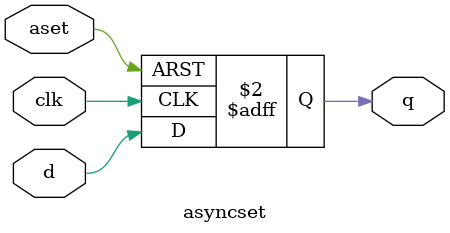
<source format=v>
`timescale 1ns / 1ps
module asyncset(clk,d,aset,q);
input clk,d,aset;
output reg q;
always @(posedge clk or posedge aset)
begin
        if(aset)
                q<=1'b1;
        else
                q<=d;
end
endmodule


</source>
